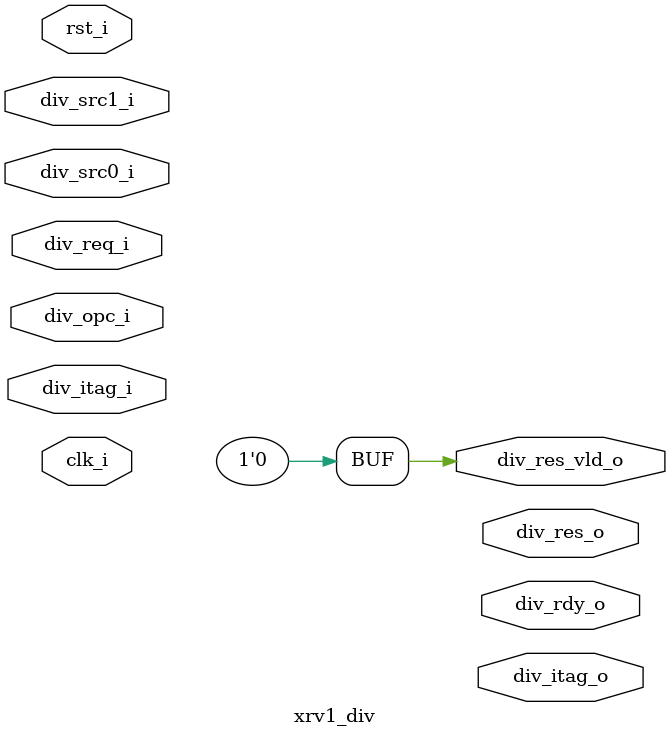
<source format=sv>
module xrv1_div
#(
    parameter data_width_p = 32,
    parameter ITAG_WIDTH_P = "inv"
)(
    ////////////////////////////////////////////////////////////////////////////////
    input logic                         clk_i,
    input logic                         rst_i,
    ////////////////////////////////////////////////////////////////////////////////
    input logic                         div_req_i,
    output logic                        div_rdy_o,
    ////////////////////////////////////////////////////////////////////////////////
    input logic [1:0]                   div_opc_i,
    input logic [data_width_p-1:0]      div_src0_i,
    input logic [data_width_p-1:0]      div_src1_i,
    ////////////////////////////////////////////////////////////////////////////////
    output logic                        div_res_vld_o,
    output logic [data_width_p-1:0]     div_res_o,
    ////////////////////////////////////////////////////////////////////////////////
    input logic [ITAG_WIDTH_P-1:0]      div_itag_i,
    output logic [ITAG_WIDTH_P-1:0]     div_itag_o
    ////////////////////////////////////////////////////////////////////////////////11
);

    assign div_res_vld_o = 1'b0;

endmodule
</source>
